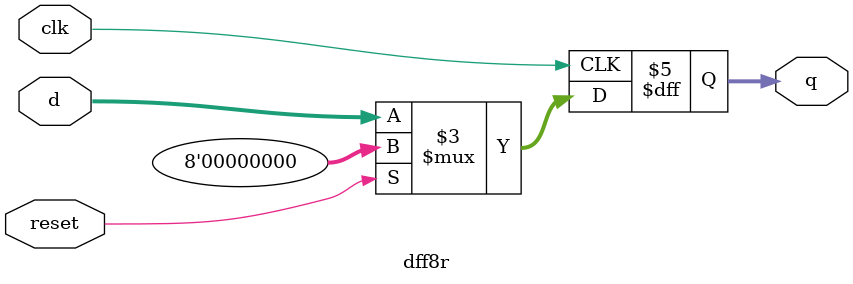
<source format=sv>
module dff8r
(
  input            clk,
  input            reset,
  input      [7:0] d,
  output reg [7:0] q
);

	always @ (posedge clk) begin
		if (reset) begin
			q <= 8'b0;
		end
		else begin
			q <= d;
		end
	end

endmodule
</source>
